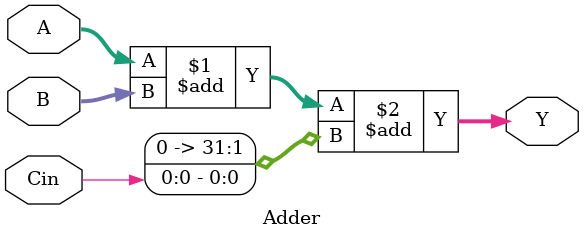
<source format=v>
module Adder#(parameter WIDTH= 32)(A, B, Cin,  Y);
input [WIDTH-1:0] A, B; 
output [WIDTH-1:0] Y; 
input Cin;

assign Y= A + B + {{(WIDTH-1){1'b0}}, Cin};
endmodule

</source>
